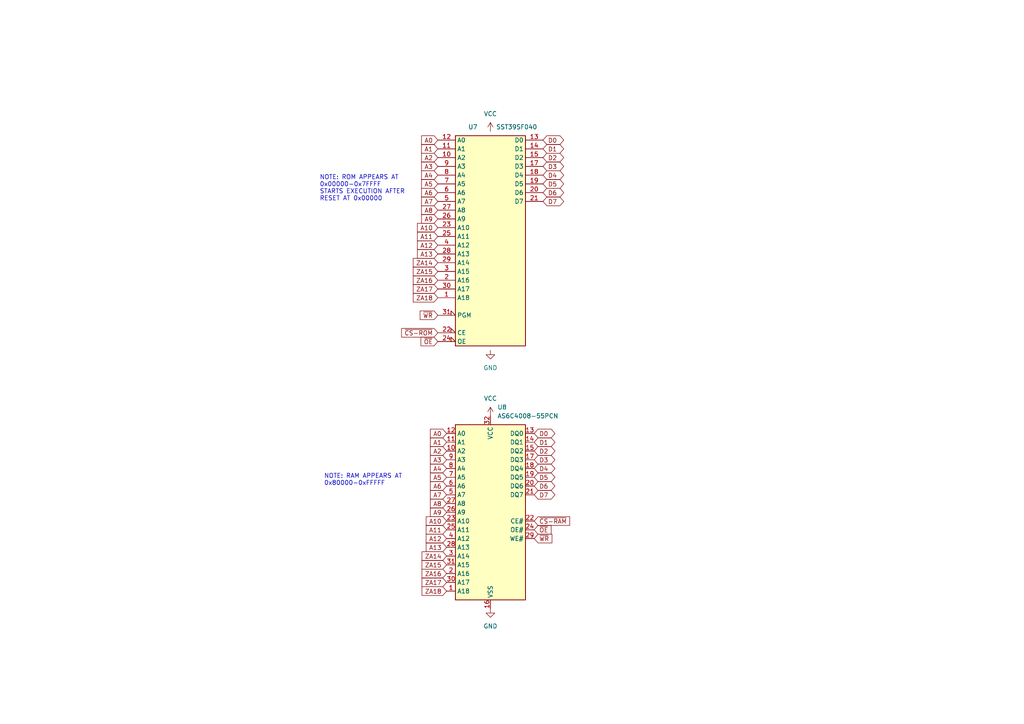
<source format=kicad_sch>
(kicad_sch (version 20211123) (generator eeschema)
  (paper "A4")
  (lib_symbols
    (symbol "Memory_Flash:SST39SF040"
      (property "Reference" "U" (at 2.54 33.02 0))
      (property "Value" "SST39SF040" (at 0 -30.48 0))
      (symbol "SST39SF040_0_0"
        (pin power_in line (at 0 -30.48 90) (length 1.27) hide (name "GND") (number "16"))
        (pin power_in line (at 0 33.02 270) (length 1.27) hide (name "VCC") (number "32"))
      )
      (symbol "SST39SF040_0_1"
        (rectangle (start -10.16 31.75) (end 10.16 -29.21) (stroke (width 0.254)) (fill (type background)))
      )
      (symbol "SST39SF040_1_1"
        (pin input line (at -15.24 -15.24 0) (length 5.08) (name "A18") (number "1"))
        (pin input line (at -15.24 25.4 0) (length 5.08) (name "A2") (number "10"))
        (pin input line (at -15.24 27.94 0) (length 5.08) (name "A1") (number "11"))
        (pin input line (at -15.24 30.48 0) (length 5.08) (name "A0") (number "12"))
        (pin tri_state line (at 15.24 30.48 180) (length 5.08) (name "D0") (number "13"))
        (pin tri_state line (at 15.24 27.94 180) (length 5.08) (name "D1") (number "14"))
        (pin tri_state line (at 15.24 25.4 180) (length 5.08) (name "D2") (number "15"))
        (pin tri_state line (at 15.24 22.86 180) (length 5.08) (name "D3") (number "17"))
        (pin tri_state line (at 15.24 20.32 180) (length 5.08) (name "D4") (number "18"))
        (pin tri_state line (at 15.24 17.78 180) (length 5.08) (name "D5") (number "19"))
        (pin input line (at -15.24 -10.16 0) (length 5.08) (name "A16") (number "2"))
        (pin tri_state line (at 15.24 15.24 180) (length 5.08) (name "D6") (number "20"))
        (pin tri_state line (at 15.24 12.7 180) (length 5.08) (name "D7") (number "21"))
        (pin input input_low (at -15.24 -25.4 0) (length 5.08) (name "CE") (number "22"))
        (pin input line (at -15.24 5.08 0) (length 5.08) (name "A10") (number "23"))
        (pin input input_low (at -15.24 -27.94 0) (length 5.08) (name "OE") (number "24"))
        (pin input line (at -15.24 2.54 0) (length 5.08) (name "A11") (number "25"))
        (pin input line (at -15.24 7.62 0) (length 5.08) (name "A9") (number "26"))
        (pin input line (at -15.24 10.16 0) (length 5.08) (name "A8") (number "27"))
        (pin input line (at -15.24 -2.54 0) (length 5.08) (name "A13") (number "28"))
        (pin input line (at -15.24 -5.08 0) (length 5.08) (name "A14") (number "29"))
        (pin input line (at -15.24 -7.62 0) (length 5.08) (name "A15") (number "3"))
        (pin input line (at -15.24 -12.7 0) (length 5.08) (name "A17") (number "30"))
        (pin input input_low (at -15.24 -20.32 0) (length 5.08) (name "PGM") (number "31"))
        (pin input line (at -15.24 0 0) (length 5.08) (name "A12") (number "4"))
        (pin input line (at -15.24 12.7 0) (length 5.08) (name "A7") (number "5"))
        (pin input line (at -15.24 15.24 0) (length 5.08) (name "A6") (number "6"))
        (pin input line (at -15.24 17.78 0) (length 5.08) (name "A5") (number "7"))
        (pin input line (at -15.24 20.32 0) (length 5.08) (name "A4") (number "8"))
        (pin input line (at -15.24 22.86 0) (length 5.08) (name "A3") (number "9"))
      )
    )
    (symbol "Memory_RAM:AS6C4008-55PCN"
      (property "Reference" "U" (at -10.16 26.035 0))
      (property "Value" "AS6C4008-55PCN" (at 2.54 26.035 0))
      (symbol "AS6C4008-55PCN_0_0"
        (pin power_in line (at 0 -27.94 90) (length 2.54) (name "VSS") (number "16"))
        (pin power_in line (at 0 27.94 270) (length 2.54) (name "VCC") (number "32"))
      )
      (symbol "AS6C4008-55PCN_0_1"
        (rectangle (start -10.16 25.4) (end 10.16 -25.4) (stroke (width 0.254)) (fill (type background)))
      )
      (symbol "AS6C4008-55PCN_1_1"
        (pin input line (at -12.7 -22.86 0) (length 2.54) (name "A18") (number "1"))
        (pin input line (at -12.7 17.78 0) (length 2.54) (name "A2") (number "10"))
        (pin input line (at -12.7 20.32 0) (length 2.54) (name "A1") (number "11"))
        (pin input line (at -12.7 22.86 0) (length 2.54) (name "A0") (number "12"))
        (pin tri_state line (at 12.7 22.86 180) (length 2.54) (name "DQ0") (number "13"))
        (pin tri_state line (at 12.7 20.32 180) (length 2.54) (name "DQ1") (number "14"))
        (pin tri_state line (at 12.7 17.78 180) (length 2.54) (name "DQ2") (number "15"))
        (pin tri_state line (at 12.7 15.24 180) (length 2.54) (name "DQ3") (number "17"))
        (pin tri_state line (at 12.7 12.7 180) (length 2.54) (name "DQ4") (number "18"))
        (pin tri_state line (at 12.7 10.16 180) (length 2.54) (name "DQ5") (number "19"))
        (pin input line (at -12.7 -17.78 0) (length 2.54) (name "A16") (number "2"))
        (pin tri_state line (at 12.7 7.62 180) (length 2.54) (name "DQ6") (number "20"))
        (pin tri_state line (at 12.7 5.08 180) (length 2.54) (name "DQ7") (number "21"))
        (pin input line (at 12.7 -2.54 180) (length 2.54) (name "CE#") (number "22"))
        (pin input line (at -12.7 -2.54 0) (length 2.54) (name "A10") (number "23"))
        (pin input line (at 12.7 -5.08 180) (length 2.54) (name "OE#") (number "24"))
        (pin input line (at -12.7 -5.08 0) (length 2.54) (name "A11") (number "25"))
        (pin input line (at -12.7 0 0) (length 2.54) (name "A9") (number "26"))
        (pin input line (at -12.7 2.54 0) (length 2.54) (name "A8") (number "27"))
        (pin input line (at -12.7 -10.16 0) (length 2.54) (name "A13") (number "28"))
        (pin input line (at 12.7 -7.62 180) (length 2.54) (name "WE#") (number "29"))
        (pin input line (at -12.7 -12.7 0) (length 2.54) (name "A14") (number "3"))
        (pin input line (at -12.7 -20.32 0) (length 2.54) (name "A17") (number "30"))
        (pin input line (at -12.7 -15.24 0) (length 2.54) (name "A15") (number "31"))
        (pin input line (at -12.7 -7.62 0) (length 2.54) (name "A12") (number "4"))
        (pin input line (at -12.7 5.08 0) (length 2.54) (name "A7") (number "5"))
        (pin input line (at -12.7 7.62 0) (length 2.54) (name "A6") (number "6"))
        (pin input line (at -12.7 10.16 0) (length 2.54) (name "A5") (number "7"))
        (pin input line (at -12.7 12.7 0) (length 2.54) (name "A4") (number "8"))
        (pin input line (at -12.7 15.24 0) (length 2.54) (name "A3") (number "9"))
      )
    )
    (symbol "power:GND" (power) (pin_names (offset 0))
      (property "Value" "GND" (at 0 -3.81 0))
      (symbol "GND_0_1"
        (polyline (pts (xy 0 0) (xy 0 -1.27) (xy 1.27 -1.27) (xy 0 -2.54) (xy -1.27 -1.27) (xy 0 -1.27)))
      )
      (symbol "GND_1_1"
        (pin power_in line (at 0 0 270) (length 0) hide (name "GND") (number "1"))
      )
    )
    (symbol "power:VCC" (power) (pin_names (offset 0))
      (property "Value" "VCC" (at 0 3.81 0))
      (symbol "VCC_0_1"
        (polyline (pts (xy -0.762 1.27) (xy 0 2.54)))
        (polyline (pts (xy 0 0) (xy 0 2.54)))
        (polyline (pts (xy 0 2.54) (xy 0.762 1.27)))
      )
      (symbol "VCC_1_1"
        (pin power_in line (at 0 0 90) (length 0) hide (name "VCC") (number "1"))
      )
    )
  )
  (text "NOTE: ROM APPEARS AT\n0x00000-0x7FFFF\nSTARTS EXECUTION AFTER\nRESET AT 0x00000" (at 92.71 58.42 0) (effects (font (size 1.27 1.27)) (justify left bottom)))
  (text "NOTE: RAM APPEARS AT\n0x80000-0xFFFFF" (at 93.98 140.97 0) (effects (font (size 1.27 1.27)) (justify left bottom)))
  (global_label "A2" (shape input) (at 127 45.72 180) (property "Intersheet References" "${INTERSHEET_REFS}" (effects hide)))
  (global_label "D7" (shape bidirectional) (at 157.48 58.42 0) (property "Intersheet References" "${INTERSHEET_REFS}" (effects hide)))
  (global_label "~{OE}" (shape input) (at 127 99.06 180) (property "Intersheet References" "${INTERSHEET_REFS}" (effects hide)))
  (global_label "A7" (shape input) (at 127 58.42 180) (property "Intersheet References" "${INTERSHEET_REFS}" (effects hide)))
  (global_label "A0" (shape input) (at 129.54 125.73 180) (property "Intersheet References" "${INTERSHEET_REFS}" (effects hide)))
  (global_label "A1" (shape input) (at 129.54 128.27 180) (property "Intersheet References" "${INTERSHEET_REFS}" (effects hide)))
  (global_label "D5" (shape bidirectional) (at 154.94 138.43 0) (property "Intersheet References" "${INTERSHEET_REFS}" (effects hide)))
  (global_label "D7" (shape bidirectional) (at 154.94 143.51 0) (property "Intersheet References" "${INTERSHEET_REFS}" (effects hide)))
  (global_label "A5" (shape input) (at 127 53.34 180) (property "Intersheet References" "${INTERSHEET_REFS}" (effects hide)))
  (global_label "A12" (shape input) (at 129.54 156.21 180) (property "Intersheet References" "${INTERSHEET_REFS}" (effects hide)))
  (global_label "A10" (shape input) (at 129.54 151.13 180) (property "Intersheet References" "${INTERSHEET_REFS}" (effects hide)))
  (global_label "D0" (shape bidirectional) (at 154.94 125.73 0) (property "Intersheet References" "${INTERSHEET_REFS}" (effects hide)))
  (global_label "A9" (shape input) (at 129.54 148.59 180) (property "Intersheet References" "${INTERSHEET_REFS}" (effects hide)))
  (global_label "ZA18" (shape input) (at 129.54 171.45 180) (property "Intersheet References" "${INTERSHEET_REFS}" (effects hide)))
  (global_label "A3" (shape input) (at 129.54 133.35 180) (property "Intersheet References" "${INTERSHEET_REFS}" (effects hide)))
  (global_label "A6" (shape input) (at 127 55.88 180) (property "Intersheet References" "${INTERSHEET_REFS}" (effects hide)))
  (global_label "ZA14" (shape input) (at 127 76.2 180) (property "Intersheet References" "${INTERSHEET_REFS}" (effects hide)))
  (global_label "D2" (shape bidirectional) (at 154.94 130.81 0) (property "Intersheet References" "${INTERSHEET_REFS}" (effects hide)))
  (global_label "ZA15" (shape input) (at 127 78.74 180) (property "Intersheet References" "${INTERSHEET_REFS}" (effects hide)))
  (global_label "D2" (shape bidirectional) (at 157.48 45.72 0) (property "Intersheet References" "${INTERSHEET_REFS}" (effects hide)))
  (global_label "~{WR}" (shape input) (at 127 91.44 180) (property "Intersheet References" "${INTERSHEET_REFS}" (effects hide)))
  (global_label "A8" (shape input) (at 127 60.96 180) (property "Intersheet References" "${INTERSHEET_REFS}" (effects hide)))
  (global_label "A6" (shape input) (at 129.54 140.97 180) (property "Intersheet References" "${INTERSHEET_REFS}" (effects hide)))
  (global_label "D1" (shape bidirectional) (at 157.48 43.18 0) (property "Intersheet References" "${INTERSHEET_REFS}" (effects hide)))
  (global_label "~{OE}" (shape input) (at 154.94 153.67 0) (property "Intersheet References" "${INTERSHEET_REFS}" (effects hide)))
  (global_label "A10" (shape input) (at 127 66.04 180) (property "Intersheet References" "${INTERSHEET_REFS}" (effects hide)))
  (global_label "A13" (shape input) (at 129.54 158.75 180) (property "Intersheet References" "${INTERSHEET_REFS}" (effects hide)))
  (global_label "ZA16" (shape input) (at 129.54 166.37 180) (property "Intersheet References" "${INTERSHEET_REFS}" (effects hide)))
  (global_label "A5" (shape input) (at 129.54 138.43 180) (property "Intersheet References" "${INTERSHEET_REFS}" (effects hide)))
  (global_label "D3" (shape bidirectional) (at 157.48 48.26 0) (property "Intersheet References" "${INTERSHEET_REFS}" (effects hide)))
  (global_label "A11" (shape input) (at 129.54 153.67 180) (property "Intersheet References" "${INTERSHEET_REFS}" (effects hide)))
  (global_label "D3" (shape bidirectional) (at 154.94 133.35 0) (property "Intersheet References" "${INTERSHEET_REFS}" (effects hide)))
  (global_label "ZA15" (shape input) (at 129.54 163.83 180) (property "Intersheet References" "${INTERSHEET_REFS}" (effects hide)))
  (global_label "A9" (shape input) (at 127 63.5 180) (property "Intersheet References" "${INTERSHEET_REFS}" (effects hide)))
  (global_label "~{CS-ROM}" (shape input) (at 127 96.52 180) (property "Intersheet References" "${INTERSHEET_REFS}" (effects hide)))
  (global_label "ZA16" (shape input) (at 127 81.28 180) (property "Intersheet References" "${INTERSHEET_REFS}" (effects hide)))
  (global_label "A11" (shape input) (at 127 68.58 180) (property "Intersheet References" "${INTERSHEET_REFS}" (effects hide)))
  (global_label "ZA18" (shape input) (at 127 86.36 180) (property "Intersheet References" "${INTERSHEET_REFS}" (effects hide)))
  (global_label "~{WR}" (shape input) (at 154.94 156.21 0) (property "Intersheet References" "${INTERSHEET_REFS}" (effects hide)))
  (global_label "D4" (shape bidirectional) (at 154.94 135.89 0) (property "Intersheet References" "${INTERSHEET_REFS}" (effects hide)))
  (global_label "A1" (shape input) (at 127 43.18 180) (property "Intersheet References" "${INTERSHEET_REFS}" (effects hide)))
  (global_label "~{CS-RAM}" (shape input) (at 154.94 151.13 0) (property "Intersheet References" "${INTERSHEET_REFS}" (effects hide)))
  (global_label "ZA17" (shape input) (at 129.54 168.91 180) (property "Intersheet References" "${INTERSHEET_REFS}" (effects hide)))
  (global_label "A12" (shape input) (at 127 71.12 180) (property "Intersheet References" "${INTERSHEET_REFS}" (effects hide)))
  (global_label "A7" (shape input) (at 129.54 143.51 180) (property "Intersheet References" "${INTERSHEET_REFS}" (effects hide)))
  (global_label "A8" (shape input) (at 129.54 146.05 180) (property "Intersheet References" "${INTERSHEET_REFS}" (effects hide)))
  (global_label "D0" (shape bidirectional) (at 157.48 40.64 0) (property "Intersheet References" "${INTERSHEET_REFS}" (effects hide)))
  (global_label "A3" (shape input) (at 127 48.26 180) (property "Intersheet References" "${INTERSHEET_REFS}" (effects hide)))
  (global_label "A4" (shape input) (at 129.54 135.89 180) (property "Intersheet References" "${INTERSHEET_REFS}" (effects hide)))
  (global_label "A2" (shape input) (at 129.54 130.81 180) (property "Intersheet References" "${INTERSHEET_REFS}" (effects hide)))
  (global_label "D6" (shape bidirectional) (at 157.48 55.88 0) (property "Intersheet References" "${INTERSHEET_REFS}" (effects hide)))
  (global_label "D4" (shape bidirectional) (at 157.48 50.8 0) (property "Intersheet References" "${INTERSHEET_REFS}" (effects hide)))
  (global_label "D1" (shape bidirectional) (at 154.94 128.27 0) (property "Intersheet References" "${INTERSHEET_REFS}" (effects hide)))
  (global_label "D6" (shape bidirectional) (at 154.94 140.97 0) (property "Intersheet References" "${INTERSHEET_REFS}" (effects hide)))
  (global_label "ZA17" (shape input) (at 127 83.82 180) (property "Intersheet References" "${INTERSHEET_REFS}" (effects hide)))
  (global_label "A0" (shape input) (at 127 40.64 180) (property "Intersheet References" "${INTERSHEET_REFS}" (effects hide)))
  (global_label "D5" (shape bidirectional) (at 157.48 53.34 0) (property "Intersheet References" "${INTERSHEET_REFS}" (effects hide)))
  (global_label "ZA14" (shape input) (at 129.54 161.29 180) (property "Intersheet References" "${INTERSHEET_REFS}" (effects hide)))
  (global_label "A4" (shape input) (at 127 50.8 180) (property "Intersheet References" "${INTERSHEET_REFS}" (effects hide)))
  (global_label "A13" (shape input) (at 127 73.66 180) (property "Intersheet References" "${INTERSHEET_REFS}" (effects hide)))
  (symbol (lib_id "Memory_RAM:AS6C4008-55PCN") (at 142.24 148.59 0) (unit 1)
    (property "Reference" "U8" (at 144.2594 118.11 0) (effects (justify left)))
    (property "Value" "AS6C4008-55PCN" (at 144.2594 120.65 0) (effects (justify left)))
    (property "Footprint" "Package_DIP:DIP-32_W15.24mm_Socket" (effects hide))
    (property "Datasheet" "https://www.alliancememory.com/wp-content/uploads/pdf/AS6C4008.pdf" (effects hide))
  )
  (symbol (lib_id "power:GND") (at 142.24 176.53 0) (unit 1)
    (property "Reference" "#PWR029" (effects hide))
    (property "Value" "GND" (at 142.24 181.61 0))
  )
  (symbol (lib_id "Memory_Flash:SST39SF040") (at 142.24 71.12 0) (unit 1)
    (property "Reference" "U7" (at 137.16 36.83 0))
    (property "Value" "SST39SF040" (at 149.86 36.83 0))
    (property "Footprint" "Socket:DIP_Socket-32_W11.9_W12.7_W15.24_W17.78_W18.5_3M_232-1285-00-0602J" (effects hide))
    (property "Datasheet" "http://ww1.microchip.com/downloads/en/DeviceDoc/25022B.pdf" (effects hide))
  )
  (symbol (lib_id "power:VCC") (at 142.24 38.1 0) (unit 1)
    (property "Reference" "#PWR026" (effects hide))
    (property "Value" "VCC" (at 142.24 33.02 0))
  )
  (symbol (lib_id "power:GND") (at 142.24 101.6 0) (unit 1)
    (property "Reference" "#PWR027" (effects hide))
    (property "Value" "GND" (at 142.24 106.68 0))
  )
  (symbol (lib_id "power:VCC") (at 142.24 120.65 0) (unit 1)
    (property "Reference" "#PWR028" (effects hide))
    (property "Value" "VCC" (at 142.24 115.57 0))
  )
)
</source>
